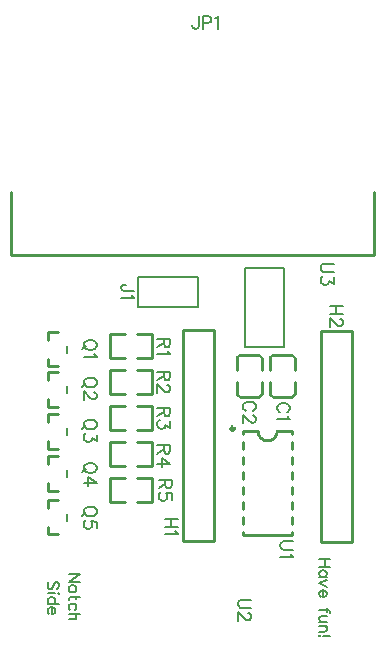
<source format=gto>
G04 Layer: TopSilkLayer*
G04 EasyEDA v6.4.14, 2021-02-02T13:22:32--5:00*
G04 91b0255ed1064b2dbadafc5a096163c1,d79a69aa59da4e1fbb9b7d465b79b5da,10*
G04 Gerber Generator version 0.2*
G04 Scale: 100 percent, Rotated: No, Reflected: No *
G04 Dimensions in millimeters *
G04 leading zeros omitted , absolute positions ,4 integer and 5 decimal *
%FSLAX45Y45*%
%MOMM*%

%ADD10C,0.2540*%
%ADD28C,0.2000*%
%ADD29C,0.2007*%
%ADD30C,0.2030*%
%ADD31C,0.2032*%
%ADD32C,0.3000*%
%ADD33C,0.1524*%

%LPD*%
D31*
X583437Y647700D02*
G01*
X487934Y647700D01*
X583437Y647700D02*
G01*
X487934Y583945D01*
X583437Y583945D02*
G01*
X487934Y583945D01*
X551687Y531368D02*
G01*
X547115Y540512D01*
X537971Y549402D01*
X524510Y553973D01*
X515365Y553973D01*
X501650Y549402D01*
X492505Y540512D01*
X487934Y531368D01*
X487934Y517652D01*
X492505Y508507D01*
X501650Y499618D01*
X515365Y495045D01*
X524510Y495045D01*
X537971Y499618D01*
X547115Y508507D01*
X551687Y517652D01*
X551687Y531368D01*
X583437Y451357D02*
G01*
X506221Y451357D01*
X492505Y446786D01*
X487934Y437642D01*
X487934Y428497D01*
X551687Y465073D02*
G01*
X551687Y433070D01*
X537971Y344170D02*
G01*
X547115Y353060D01*
X551687Y362204D01*
X551687Y375920D01*
X547115Y385063D01*
X537971Y393954D01*
X524510Y398526D01*
X515365Y398526D01*
X501650Y393954D01*
X492505Y385063D01*
X487934Y375920D01*
X487934Y362204D01*
X492505Y353060D01*
X501650Y344170D01*
X583437Y313944D02*
G01*
X487934Y313944D01*
X533400Y313944D02*
G01*
X547115Y300481D01*
X551687Y291337D01*
X551687Y277621D01*
X547115Y268731D01*
X533400Y264160D01*
X487934Y264160D01*
X392176Y520445D02*
G01*
X401065Y529589D01*
X405637Y543305D01*
X405637Y561594D01*
X401065Y575055D01*
X392176Y584200D01*
X383031Y584200D01*
X373887Y579628D01*
X369315Y575055D01*
X364744Y565912D01*
X355600Y538734D01*
X351281Y529589D01*
X346710Y525018D01*
X337565Y520445D01*
X323850Y520445D01*
X314705Y529589D01*
X310134Y543305D01*
X310134Y561594D01*
X314705Y575055D01*
X323850Y584200D01*
X405637Y490473D02*
G01*
X401065Y485902D01*
X405637Y481584D01*
X410210Y485902D01*
X405637Y490473D01*
X373887Y485902D02*
G01*
X310134Y485902D01*
X405637Y397002D02*
G01*
X310134Y397002D01*
X360171Y397002D02*
G01*
X369315Y405892D01*
X373887Y415036D01*
X373887Y428752D01*
X369315Y437895D01*
X360171Y447039D01*
X346710Y451357D01*
X337565Y451357D01*
X323850Y447039D01*
X314705Y437895D01*
X310134Y428752D01*
X310134Y415036D01*
X314705Y405892D01*
X323850Y397002D01*
X346710Y367029D02*
G01*
X346710Y312420D01*
X355600Y312420D01*
X364744Y316992D01*
X369315Y321563D01*
X373887Y330454D01*
X373887Y344170D01*
X369315Y353313D01*
X360171Y362457D01*
X346710Y367029D01*
X337565Y367029D01*
X323850Y362457D01*
X314705Y353313D01*
X310134Y344170D01*
X310134Y330454D01*
X314705Y321563D01*
X323850Y312420D01*
X2704338Y774700D02*
G01*
X2608834Y774700D01*
X2704338Y710945D02*
G01*
X2608834Y710945D01*
X2658872Y774700D02*
G01*
X2658872Y710945D01*
X2672588Y626618D02*
G01*
X2608834Y626618D01*
X2658872Y626618D02*
G01*
X2668015Y635507D01*
X2672588Y644652D01*
X2672588Y658368D01*
X2668015Y667512D01*
X2658872Y676402D01*
X2645409Y680973D01*
X2636265Y680973D01*
X2622550Y676402D01*
X2613406Y667512D01*
X2608834Y658368D01*
X2608834Y644652D01*
X2613406Y635507D01*
X2622550Y626618D01*
X2672588Y596392D02*
G01*
X2608834Y569213D01*
X2672588Y542036D02*
G01*
X2608834Y569213D01*
X2645409Y512063D02*
G01*
X2645409Y457454D01*
X2654300Y457454D01*
X2663443Y462026D01*
X2668015Y466597D01*
X2672588Y475487D01*
X2672588Y489204D01*
X2668015Y498347D01*
X2658872Y507492D01*
X2645409Y512063D01*
X2636265Y512063D01*
X2622550Y507492D01*
X2613406Y498347D01*
X2608834Y489204D01*
X2608834Y475487D01*
X2613406Y466597D01*
X2622550Y457454D01*
X2704338Y321055D02*
G01*
X2704338Y330200D01*
X2699765Y339344D01*
X2686304Y343915D01*
X2608834Y343915D01*
X2672588Y357378D02*
G01*
X2672588Y325628D01*
X2672588Y291084D02*
G01*
X2627122Y291084D01*
X2613406Y286512D01*
X2608834Y277368D01*
X2608834Y263905D01*
X2613406Y254762D01*
X2627122Y241045D01*
X2672588Y241045D02*
G01*
X2608834Y241045D01*
X2672588Y211073D02*
G01*
X2608834Y211073D01*
X2654300Y211073D02*
G01*
X2668015Y197357D01*
X2672588Y188213D01*
X2672588Y174752D01*
X2668015Y165607D01*
X2654300Y161036D01*
X2608834Y161036D01*
X2704338Y126492D02*
G01*
X2640838Y126492D01*
X2617977Y126492D02*
G01*
X2613406Y131063D01*
X2608834Y126492D01*
X2613406Y121920D01*
X2617977Y126492D01*
D33*
X724915Y2597657D02*
G01*
X719836Y2608071D01*
X709421Y2618486D01*
X699007Y2623820D01*
X683260Y2628900D01*
X657352Y2628900D01*
X641857Y2623820D01*
X631444Y2618486D01*
X621029Y2608071D01*
X615950Y2597657D01*
X615950Y2576829D01*
X621029Y2566670D01*
X631444Y2556255D01*
X641857Y2550921D01*
X657352Y2545842D01*
X683260Y2545842D01*
X699007Y2550921D01*
X709421Y2556255D01*
X719836Y2566670D01*
X724915Y2576829D01*
X724915Y2597657D01*
X636523Y2582163D02*
G01*
X605536Y2550921D01*
X704087Y2511552D02*
G01*
X709421Y2501137D01*
X724915Y2485389D01*
X615950Y2485389D01*
X724915Y2280157D02*
G01*
X719836Y2290571D01*
X709421Y2300986D01*
X699007Y2306320D01*
X683260Y2311400D01*
X657352Y2311400D01*
X641857Y2306320D01*
X631444Y2300986D01*
X621029Y2290571D01*
X615950Y2280157D01*
X615950Y2259329D01*
X621029Y2249170D01*
X631444Y2238755D01*
X641857Y2233421D01*
X657352Y2228342D01*
X683260Y2228342D01*
X699007Y2233421D01*
X709421Y2238755D01*
X719836Y2249170D01*
X724915Y2259329D01*
X724915Y2280157D01*
X636523Y2264663D02*
G01*
X605536Y2233421D01*
X699007Y2188718D02*
G01*
X704087Y2188718D01*
X714502Y2183637D01*
X719836Y2178304D01*
X724915Y2167889D01*
X724915Y2147315D01*
X719836Y2136902D01*
X714502Y2131568D01*
X704087Y2126487D01*
X693673Y2126487D01*
X683260Y2131568D01*
X667765Y2141981D01*
X615950Y2194052D01*
X615950Y2121154D01*
X724915Y1924557D02*
G01*
X719836Y1934971D01*
X709421Y1945386D01*
X699007Y1950720D01*
X683260Y1955800D01*
X657352Y1955800D01*
X641857Y1950720D01*
X631444Y1945386D01*
X621029Y1934971D01*
X615950Y1924557D01*
X615950Y1903729D01*
X621029Y1893570D01*
X631444Y1883155D01*
X641857Y1877821D01*
X657352Y1872742D01*
X683260Y1872742D01*
X699007Y1877821D01*
X709421Y1883155D01*
X719836Y1893570D01*
X724915Y1903729D01*
X724915Y1924557D01*
X636523Y1909063D02*
G01*
X605536Y1877821D01*
X724915Y1828037D02*
G01*
X724915Y1770887D01*
X683260Y1802129D01*
X683260Y1786381D01*
X678179Y1775968D01*
X673100Y1770887D01*
X657352Y1765554D01*
X646937Y1765554D01*
X631444Y1770887D01*
X621029Y1781302D01*
X615950Y1796795D01*
X615950Y1812289D01*
X621029Y1828037D01*
X626110Y1833118D01*
X636523Y1838452D01*
X724915Y1556257D02*
G01*
X719836Y1566671D01*
X709421Y1577086D01*
X699007Y1582420D01*
X683260Y1587500D01*
X657352Y1587500D01*
X641857Y1582420D01*
X631444Y1577086D01*
X621029Y1566671D01*
X615950Y1556257D01*
X615950Y1535429D01*
X621029Y1525270D01*
X631444Y1514855D01*
X641857Y1509521D01*
X657352Y1504442D01*
X683260Y1504442D01*
X699007Y1509521D01*
X709421Y1514855D01*
X719836Y1525270D01*
X724915Y1535429D01*
X724915Y1556257D01*
X636523Y1540763D02*
G01*
X605536Y1509521D01*
X724915Y1418081D02*
G01*
X652271Y1470152D01*
X652271Y1392173D01*
X724915Y1418081D02*
G01*
X615950Y1418081D01*
X724915Y1187957D02*
G01*
X719836Y1198371D01*
X709421Y1208786D01*
X699007Y1214120D01*
X683260Y1219200D01*
X657352Y1219200D01*
X641857Y1214120D01*
X631444Y1208786D01*
X621029Y1198371D01*
X615950Y1187957D01*
X615950Y1167129D01*
X621029Y1156970D01*
X631444Y1146555D01*
X641857Y1141221D01*
X657352Y1136142D01*
X683260Y1136142D01*
X699007Y1141221D01*
X709421Y1146555D01*
X719836Y1156970D01*
X724915Y1167129D01*
X724915Y1187957D01*
X636523Y1172463D02*
G01*
X605536Y1141221D01*
X724915Y1039368D02*
G01*
X724915Y1091437D01*
X678179Y1096518D01*
X683260Y1091437D01*
X688594Y1075689D01*
X688594Y1060195D01*
X683260Y1044702D01*
X673100Y1034287D01*
X657352Y1028954D01*
X646937Y1028954D01*
X631444Y1034287D01*
X621029Y1044702D01*
X615950Y1060195D01*
X615950Y1075689D01*
X621029Y1091437D01*
X626110Y1096518D01*
X636523Y1101852D01*
X1347215Y2641600D02*
G01*
X1238250Y2641600D01*
X1347215Y2641600D02*
G01*
X1347215Y2594863D01*
X1342136Y2579370D01*
X1336802Y2574036D01*
X1326387Y2568955D01*
X1315973Y2568955D01*
X1305560Y2574036D01*
X1300479Y2579370D01*
X1295400Y2594863D01*
X1295400Y2641600D01*
X1295400Y2605278D02*
G01*
X1238250Y2568955D01*
X1326387Y2534665D02*
G01*
X1331721Y2524252D01*
X1347215Y2508504D01*
X1238250Y2508504D01*
X1347215Y2362200D02*
G01*
X1238250Y2362200D01*
X1347215Y2362200D02*
G01*
X1347215Y2315463D01*
X1342136Y2299970D01*
X1336802Y2294636D01*
X1326387Y2289555D01*
X1315973Y2289555D01*
X1305560Y2294636D01*
X1300479Y2299970D01*
X1295400Y2315463D01*
X1295400Y2362200D01*
X1295400Y2325878D02*
G01*
X1238250Y2289555D01*
X1321307Y2249931D02*
G01*
X1326387Y2249931D01*
X1336802Y2244852D01*
X1342136Y2239518D01*
X1347215Y2229104D01*
X1347215Y2208529D01*
X1342136Y2198115D01*
X1336802Y2192781D01*
X1326387Y2187702D01*
X1315973Y2187702D01*
X1305560Y2192781D01*
X1290065Y2203195D01*
X1238250Y2255265D01*
X1238250Y2182368D01*
X1347215Y2057400D02*
G01*
X1238250Y2057400D01*
X1347215Y2057400D02*
G01*
X1347215Y2010663D01*
X1342136Y1995170D01*
X1336802Y1989836D01*
X1326387Y1984755D01*
X1315973Y1984755D01*
X1305560Y1989836D01*
X1300479Y1995170D01*
X1295400Y2010663D01*
X1295400Y2057400D01*
X1295400Y2021078D02*
G01*
X1238250Y1984755D01*
X1347215Y1940052D02*
G01*
X1347215Y1882902D01*
X1305560Y1913889D01*
X1305560Y1898395D01*
X1300479Y1887981D01*
X1295400Y1882902D01*
X1279652Y1877568D01*
X1269237Y1877568D01*
X1253744Y1882902D01*
X1243329Y1893315D01*
X1238250Y1908810D01*
X1238250Y1924304D01*
X1243329Y1940052D01*
X1248410Y1945131D01*
X1258823Y1950465D01*
X1347215Y1739900D02*
G01*
X1238250Y1739900D01*
X1347215Y1739900D02*
G01*
X1347215Y1693163D01*
X1342136Y1677670D01*
X1336802Y1672336D01*
X1326387Y1667255D01*
X1315973Y1667255D01*
X1305560Y1672336D01*
X1300479Y1677670D01*
X1295400Y1693163D01*
X1295400Y1739900D01*
X1295400Y1703578D02*
G01*
X1238250Y1667255D01*
X1347215Y1580895D02*
G01*
X1274571Y1632965D01*
X1274571Y1554987D01*
X1347215Y1580895D02*
G01*
X1238250Y1580895D01*
X1359915Y1447800D02*
G01*
X1250950Y1447800D01*
X1359915Y1447800D02*
G01*
X1359915Y1401063D01*
X1354836Y1385570D01*
X1349502Y1380236D01*
X1339087Y1375155D01*
X1328673Y1375155D01*
X1318260Y1380236D01*
X1313179Y1385570D01*
X1308100Y1401063D01*
X1308100Y1447800D01*
X1308100Y1411478D02*
G01*
X1250950Y1375155D01*
X1359915Y1278381D02*
G01*
X1359915Y1330452D01*
X1313179Y1335531D01*
X1318260Y1330452D01*
X1323594Y1314704D01*
X1323594Y1299210D01*
X1318260Y1283715D01*
X1308100Y1273302D01*
X1292352Y1267968D01*
X1281937Y1267968D01*
X1266444Y1273302D01*
X1256029Y1283715D01*
X1250950Y1299210D01*
X1250950Y1314704D01*
X1256029Y1330452D01*
X1261110Y1335531D01*
X1271523Y1340865D01*
X2388615Y927100D02*
G01*
X2310638Y927100D01*
X2295143Y922020D01*
X2284729Y911605D01*
X2279650Y895857D01*
X2279650Y885444D01*
X2284729Y869950D01*
X2295143Y859536D01*
X2310638Y854455D01*
X2388615Y854455D01*
X2367788Y820165D02*
G01*
X2373122Y809752D01*
X2388615Y794004D01*
X2279650Y794004D01*
X2337308Y2017521D02*
G01*
X2347722Y2022855D01*
X2358136Y2033270D01*
X2363215Y2043429D01*
X2363215Y2064257D01*
X2358136Y2074671D01*
X2347722Y2085086D01*
X2337308Y2090420D01*
X2321559Y2095500D01*
X2295652Y2095500D01*
X2280158Y2090420D01*
X2269743Y2085086D01*
X2259329Y2074671D01*
X2254250Y2064257D01*
X2254250Y2043429D01*
X2259329Y2033270D01*
X2269743Y2022855D01*
X2280158Y2017521D01*
X2342388Y1983231D02*
G01*
X2347722Y1972818D01*
X2363215Y1957323D01*
X2254250Y1957323D01*
X2045208Y2030221D02*
G01*
X2055622Y2035555D01*
X2066036Y2045970D01*
X2071115Y2056129D01*
X2071115Y2076957D01*
X2066036Y2087371D01*
X2055622Y2097786D01*
X2045208Y2103120D01*
X2029459Y2108200D01*
X2003552Y2108200D01*
X1988058Y2103120D01*
X1977643Y2097786D01*
X1967229Y2087371D01*
X1962150Y2076957D01*
X1962150Y2056129D01*
X1967229Y2045970D01*
X1977643Y2035555D01*
X1988058Y2030221D01*
X2045208Y1990852D02*
G01*
X2050288Y1990852D01*
X2060702Y1985518D01*
X2066036Y1980437D01*
X2071115Y1970023D01*
X2071115Y1949195D01*
X2066036Y1938781D01*
X2060702Y1933702D01*
X2050288Y1928368D01*
X2039874Y1928368D01*
X2029459Y1933702D01*
X2013965Y1944115D01*
X1962150Y1995931D01*
X1962150Y1923287D01*
X2731515Y3276600D02*
G01*
X2653538Y3276600D01*
X2638043Y3271520D01*
X2627629Y3261105D01*
X2622550Y3245357D01*
X2622550Y3234944D01*
X2627629Y3219450D01*
X2638043Y3209036D01*
X2653538Y3203955D01*
X2731515Y3203955D01*
X2731515Y3159252D02*
G01*
X2731515Y3102102D01*
X2689859Y3133089D01*
X2689859Y3117595D01*
X2684779Y3107181D01*
X2679700Y3102102D01*
X2663952Y3096768D01*
X2653538Y3096768D01*
X2638043Y3102102D01*
X2627629Y3112515D01*
X2622550Y3128010D01*
X2622550Y3143504D01*
X2627629Y3159252D01*
X2632709Y3164331D01*
X2643124Y3169665D01*
X1588770Y5373115D02*
G01*
X1588770Y5290057D01*
X1583436Y5274310D01*
X1578355Y5269229D01*
X1567942Y5264150D01*
X1557528Y5264150D01*
X1547113Y5269229D01*
X1541779Y5274310D01*
X1536700Y5290057D01*
X1536700Y5300471D01*
X1623060Y5373115D02*
G01*
X1623060Y5264150D01*
X1623060Y5373115D02*
G01*
X1669795Y5373115D01*
X1685289Y5368036D01*
X1690370Y5362702D01*
X1695704Y5352287D01*
X1695704Y5336794D01*
X1690370Y5326379D01*
X1685289Y5321300D01*
X1669795Y5315965D01*
X1623060Y5315965D01*
X1729994Y5352287D02*
G01*
X1740407Y5357621D01*
X1755902Y5373115D01*
X1755902Y5264150D01*
X2033015Y431800D02*
G01*
X1955038Y431800D01*
X1939543Y426720D01*
X1929129Y416305D01*
X1924050Y400557D01*
X1924050Y390144D01*
X1929129Y374650D01*
X1939543Y364236D01*
X1955038Y359155D01*
X2033015Y359155D01*
X2007108Y319531D02*
G01*
X2012188Y319531D01*
X2022602Y314452D01*
X2027936Y309118D01*
X2033015Y298704D01*
X2033015Y278129D01*
X2027936Y267715D01*
X2022602Y262381D01*
X2012188Y257302D01*
X2001774Y257302D01*
X1991359Y262381D01*
X1975865Y272795D01*
X1924050Y324865D01*
X1924050Y251968D01*
X1042415Y3046729D02*
G01*
X959357Y3046729D01*
X943610Y3052063D01*
X938529Y3057144D01*
X933450Y3067557D01*
X933450Y3077971D01*
X938529Y3088386D01*
X943610Y3093720D01*
X959357Y3098800D01*
X969771Y3098800D01*
X1021587Y3012439D02*
G01*
X1026921Y3002279D01*
X1042415Y2986531D01*
X933450Y2986531D01*
X1410715Y1117600D02*
G01*
X1301750Y1117600D01*
X1410715Y1044955D02*
G01*
X1301750Y1044955D01*
X1358900Y1117600D02*
G01*
X1358900Y1044955D01*
X1389887Y1010665D02*
G01*
X1395221Y1000252D01*
X1410715Y984504D01*
X1301750Y984504D01*
X2807715Y2921000D02*
G01*
X2698750Y2921000D01*
X2807715Y2848355D02*
G01*
X2698750Y2848355D01*
X2755900Y2921000D02*
G01*
X2755900Y2848355D01*
X2781808Y2808731D02*
G01*
X2786888Y2808731D01*
X2797302Y2803652D01*
X2802636Y2798318D01*
X2807715Y2787904D01*
X2807715Y2767329D01*
X2802636Y2756915D01*
X2797302Y2751581D01*
X2786888Y2746502D01*
X2776474Y2746502D01*
X2766059Y2751581D01*
X2750565Y2761995D01*
X2698750Y2814065D01*
X2698750Y2741168D01*
D10*
X397510Y2406700D02*
G01*
X316001Y2406700D01*
X316001Y2472689D01*
X316001Y2632710D02*
G01*
X316001Y2698699D01*
X316001Y2632710D01*
X316001Y2698699D01*
X397510Y2698699D01*
D28*
X470992Y2522702D02*
G01*
X470992Y2582697D01*
D10*
X397510Y2063800D02*
G01*
X316001Y2063800D01*
X316001Y2129789D01*
X316001Y2289810D02*
G01*
X316001Y2355799D01*
X316001Y2289810D01*
X316001Y2355799D01*
X397510Y2355799D01*
D28*
X470992Y2179802D02*
G01*
X470992Y2239797D01*
D10*
X397510Y1708200D02*
G01*
X316001Y1708200D01*
X316001Y1774189D01*
X316001Y1934210D02*
G01*
X316001Y2000199D01*
X316001Y1934210D01*
X316001Y2000199D01*
X397510Y2000199D01*
D28*
X470992Y1824202D02*
G01*
X470992Y1884197D01*
D10*
X397510Y1352600D02*
G01*
X316001Y1352600D01*
X316001Y1418589D01*
X316001Y1578610D02*
G01*
X316001Y1644599D01*
X316001Y1578610D01*
X316001Y1644599D01*
X397510Y1644599D01*
D28*
X470992Y1468602D02*
G01*
X470992Y1528597D01*
D10*
X397510Y984300D02*
G01*
X316001Y984300D01*
X316001Y1050289D01*
X316001Y1210310D02*
G01*
X316001Y1276299D01*
X316001Y1210310D01*
X316001Y1276299D01*
X397510Y1276299D01*
D28*
X470992Y1100302D02*
G01*
X470992Y1160297D01*
D10*
X966000Y2680096D02*
G01*
X840999Y2680096D01*
X966000Y2476103D02*
G01*
X840999Y2476103D01*
X1065999Y2680096D02*
G01*
X1191000Y2680096D01*
X1065999Y2476103D02*
G01*
X1191000Y2476103D01*
X840996Y2680096D02*
G01*
X840999Y2476103D01*
X1191000Y2680096D02*
G01*
X1191000Y2476103D01*
X966000Y2375296D02*
G01*
X840999Y2375296D01*
X966000Y2171303D02*
G01*
X840999Y2171303D01*
X1065999Y2375296D02*
G01*
X1191000Y2375296D01*
X1065999Y2171303D02*
G01*
X1191000Y2171303D01*
X840996Y2375296D02*
G01*
X840999Y2171303D01*
X1191000Y2375296D02*
G01*
X1191000Y2171303D01*
X966000Y2070496D02*
G01*
X840999Y2070496D01*
X966000Y1866503D02*
G01*
X840999Y1866503D01*
X1065999Y2070496D02*
G01*
X1191000Y2070496D01*
X1065999Y1866503D02*
G01*
X1191000Y1866503D01*
X840996Y2070496D02*
G01*
X840999Y1866503D01*
X1191000Y2070496D02*
G01*
X1191000Y1866503D01*
X966000Y1765696D02*
G01*
X840999Y1765696D01*
X966000Y1561703D02*
G01*
X840999Y1561703D01*
X1065999Y1765696D02*
G01*
X1191000Y1765696D01*
X1065999Y1561703D02*
G01*
X1191000Y1561703D01*
X840996Y1765696D02*
G01*
X840999Y1561703D01*
X1191000Y1765696D02*
G01*
X1191000Y1561703D01*
X966000Y1460896D02*
G01*
X840999Y1460896D01*
X966000Y1256903D02*
G01*
X840999Y1256903D01*
X1065999Y1460896D02*
G01*
X1191000Y1460896D01*
X1065999Y1256903D02*
G01*
X1191000Y1256903D01*
X840996Y1460896D02*
G01*
X840999Y1256903D01*
X1191000Y1460896D02*
G01*
X1191000Y1256903D01*
X2255522Y1862399D02*
G01*
X2381699Y1862399D01*
X1961700Y1862399D02*
G01*
X2090422Y1862399D01*
X2381697Y982400D02*
G01*
X1961700Y982400D01*
X2381699Y1862399D02*
G01*
X2381699Y1838210D01*
X2381699Y1768589D02*
G01*
X2381699Y1711210D01*
X2381699Y1641589D02*
G01*
X2381699Y1584210D01*
X2381699Y1514589D02*
G01*
X2381699Y1457210D01*
X2381699Y1387589D02*
G01*
X2381699Y1330210D01*
X2381699Y1260589D02*
G01*
X2381699Y1203210D01*
X2381699Y1133589D02*
G01*
X2381699Y1076210D01*
X2381699Y1006589D02*
G01*
X2381699Y982400D01*
X1961700Y1862399D02*
G01*
X1961700Y1838210D01*
X1961700Y1768589D02*
G01*
X1961700Y1711210D01*
X1961700Y1641589D02*
G01*
X1961700Y1584210D01*
X1961700Y1514589D02*
G01*
X1961700Y1457210D01*
X1961700Y1387589D02*
G01*
X1961700Y1330210D01*
X1961700Y1260589D02*
G01*
X1961700Y1203210D01*
X1961700Y1133589D02*
G01*
X1961700Y1076210D01*
X1961700Y1006589D02*
G01*
X1961700Y982400D01*
X2218697Y2499103D02*
G01*
X2378699Y2499103D01*
X2218697Y2149096D02*
G01*
X2378702Y2149099D01*
X2402700Y2374099D02*
G01*
X2402700Y2479098D01*
X2194699Y2374099D02*
G01*
X2194699Y2479098D01*
X2402700Y2274100D02*
G01*
X2402700Y2169101D01*
X2194699Y2274100D02*
G01*
X2194699Y2169101D01*
X2216706Y2149096D02*
G01*
X2218697Y2149096D01*
X2214704Y2149096D02*
G01*
X2218697Y2149096D01*
X2382697Y2149099D02*
G01*
X2378702Y2149099D01*
X2214704Y2499103D02*
G01*
X2218697Y2499103D01*
X2382695Y2499103D02*
G01*
X2378699Y2499103D01*
X1939297Y2499103D02*
G01*
X2099299Y2499103D01*
X1939297Y2149096D02*
G01*
X2099302Y2149099D01*
X2123300Y2374099D02*
G01*
X2123300Y2479098D01*
X1915299Y2374099D02*
G01*
X1915299Y2479098D01*
X2123300Y2274100D02*
G01*
X2123300Y2169101D01*
X1915299Y2274100D02*
G01*
X1915299Y2169101D01*
X1937306Y2149096D02*
G01*
X1939297Y2149096D01*
X1935304Y2149096D02*
G01*
X1939297Y2149096D01*
X2103297Y2149099D02*
G01*
X2099302Y2149099D01*
X1935304Y2499103D02*
G01*
X1939297Y2499103D01*
X2103295Y2499103D02*
G01*
X2099299Y2499103D01*
D29*
X2309113Y3243834D02*
G01*
X2309113Y2573781D01*
X1984247Y2573781D01*
X1984247Y3243834D01*
X2309113Y3243834D01*
D10*
X-2539Y3352800D02*
G01*
X-2539Y3886200D01*
X3075940Y3352800D02*
G01*
X3075940Y3886200D01*
X-2539Y3352800D02*
G01*
X3075940Y3352800D01*
D30*
X1587500Y3162300D02*
G01*
X1270000Y3162300D01*
D31*
X1587500Y3162300D02*
G01*
X1587500Y2908300D01*
X1079500Y2908300D01*
X1079500Y3162300D01*
X1270000Y3162300D01*
D10*
X1717547Y2713989D02*
G01*
X1457452Y2713989D01*
X1457452Y927100D01*
X1717547Y927100D01*
X1717547Y2713989D01*
X2625852Y918210D02*
G01*
X2885947Y918210D01*
X2885947Y2705100D01*
X2625852Y2705100D01*
X2625852Y918210D01*
G75*
G01*
X2255520Y1856740D02*
G02*
X2090420Y1859280I-82550J1270D01*
D32*
G75*
G01*
X1892300Y1879600D02*
G03*
X1892300Y1879346I-15001J-127D01*
D10*
G75*
G01*
X2194700Y2169102D02*
G03*
X2214705Y2149097I20005J0D01*
G75*
G01*
X2402700Y2169102D02*
G02*
X2382698Y2149099I-20002J0D01*
G75*
G01*
X2194700Y2479098D02*
G02*
X2214705Y2499103I20005J0D01*
G75*
G01*
X2402700Y2479098D02*
G03*
X2382695Y2499103I-20005J0D01*
G75*
G01*
X1915300Y2169102D02*
G03*
X1935305Y2149097I20005J0D01*
G75*
G01*
X2123300Y2169102D02*
G02*
X2103298Y2149099I-20002J0D01*
G75*
G01*
X1915300Y2479098D02*
G02*
X1935305Y2499103I20005J0D01*
G75*
G01*
X2123300Y2479098D02*
G03*
X2103295Y2499103I-20005J0D01*
M02*

</source>
